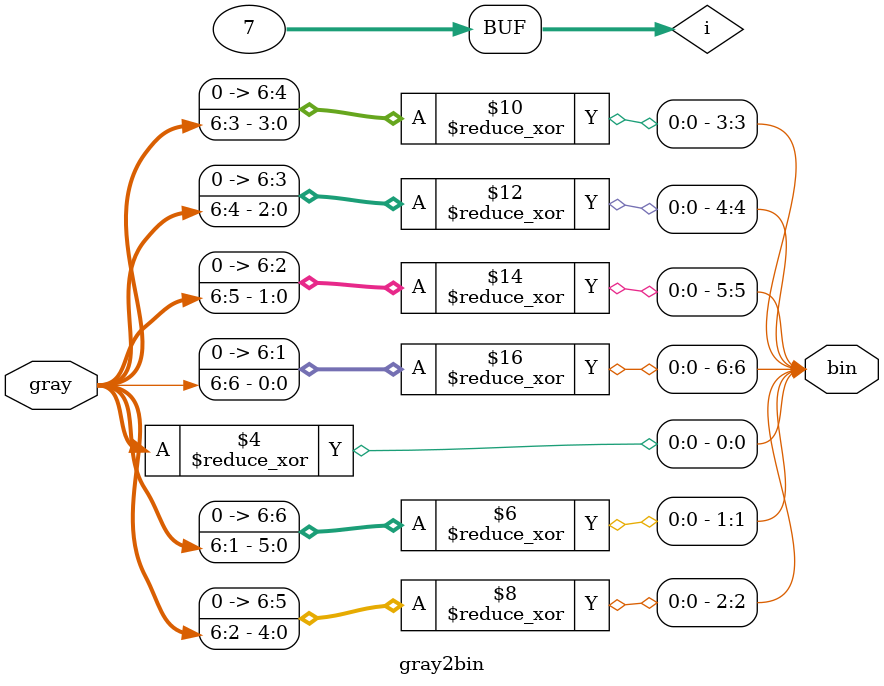
<source format=v>
module FIFO_syn #(parameter WIDTH=32, parameter WORDS=64) (
    wclk,
    rclk,
    rst_n,
    winc,
    wdata,
    wfull,
    rinc,
    rdata,
    rempty,

    clk2_fifo_flag1,
    clk2_fifo_flag2,
    clk2_fifo_flag3,
    clk2_fifo_flag4,

    fifo_clk3_flag1,
    fifo_clk3_flag2,
    fifo_clk3_flag3,
    fifo_clk3_flag4
);

input wclk, rclk;
input rst_n;
input winc;
input [WIDTH-1:0] wdata;
output reg wfull;
input rinc;
output reg [WIDTH-1:0] rdata;
output reg rempty;

// You can change the input / output of the custom flag ports
input clk2_fifo_flag1;
input clk2_fifo_flag2;
output clk2_fifo_flag3;
output clk2_fifo_flag4;

input fifo_clk3_flag1;
input fifo_clk3_flag2;
output fifo_clk3_flag3;
output fifo_clk3_flag4;

wire [WIDTH-1:0] rdata_q;

// Remember:
//   wptr and rptr should be gray coded
//   Don't modify the signal name
wire [$clog2(WORDS):0] wptr;
wire [$clog2(WORDS):0] rptr;

// reg w_ptr_counts,r_ptr_counts;
// reg wen;

// rdata
//  Add one more register stage to rdata
always @(posedge rclk) begin
    // if(rinc)
    rdata <= rdata_q;
end

wire[5:0] wptr_sram_addr,rptr_sram_addr;
wire[6:0] rptr_d2;
wire[6:0] wptr_d2;


// WR
reg[6:0] wptr_bin;
wire[6:0] wptr_bin_nxt = wptr_bin + 1;

always @(posedge wclk or negedge rst_n) begin
    if(~rst_n) wptr_bin <= 0;
    else if(winc & ~wfull) wptr_bin <= wptr_bin_nxt;
end

assign wptr = bin2gray(wptr_bin);
assign wptr_sram_addr = wptr_bin[5:0];

// Receive rptr_d2 and decode it for full address determination
NDFF_BUS_syn #(.WIDTH(7)) rptr_d2_ff(.D(rptr), .Q(rptr_d2), .clk(wclk), .rst_n(rst_n));

wire[6:0] rptr_d2_bin;
// Convert rptr_d2 back to binary from Gray
gray2bin rptr_d2_g2b(.gray(rptr_d2),.bin(rptr_d2_bin));

always @(posedge wclk or negedge rst_n)
begin
    if(~rst_n)
    begin
        wfull <= 1'b0;
    end
    else if({~wptr_bin_nxt[6],wptr_bin_nxt[5:0]} == rptr_d2_bin)
    begin
        wfull <= 1'b1;
    end
    else
    begin
        wfull <= 1'b0;
    end
end

// RD
reg[6:0]  rptr_bin;
wire[6:0] rptr_bin_nxt = rptr_bin + 1;

always @(posedge rclk or negedge rst_n)
begin
    if(~rst_n) rptr_bin <= 0;
    else if(rinc & ~rempty) rptr_bin <= rptr_bin_nxt;
end

assign rptr = bin2gray(rptr_bin);
assign rptr_sram_addr = rptr_bin[5:0];

// Synchronizers
NDFF_BUS_syn #(.WIDTH(7)) wptr_d2_ff(.D(wptr), .Q(wptr_d2), .clk(rclk), .rst_n(rst_n));

wire[6:0] wptr_d2_bin;
// Convert rptr_d2 back to binary from Gray
gray2bin wptr_d2_g2b(.gray(wptr_d2),.bin(wptr_d2_bin));

always @(posedge rclk or negedge rst_n)
begin
    if(~rst_n)
        rempty <= 1'b1;
    else if(wptr_d2_bin == rptr_bin)
        rempty <= 1'b1;
    else
        rempty <= 1'b0;
end


DUAL_64X32X1BM1 u_dual_sram (
    .CKA(wclk),
    .CKB(rclk),
    .WEAN(~winc),
    .WEBN(1'b1),
    .CSA(1'b1),
    .CSB(1'b1),
    .OEA(1'b1),
    .OEB(1'b1),
    .A0(wptr_sram_addr[0]),
    .A1(wptr_sram_addr[1]),
    .A2(wptr_sram_addr[2]),
    .A3(wptr_sram_addr[3]),
    .A4(wptr_sram_addr[4]),
    .A5(wptr_sram_addr[5]),
    .B0(rptr_sram_addr[0]),
    .B1(rptr_sram_addr[1]),
    .B2(rptr_sram_addr[2]),
    .B3(rptr_sram_addr[3]),
    .B4(rptr_sram_addr[4]),
    .B5(rptr_sram_addr[5]),
    .DIA0(wdata[0]),
    .DIA1(wdata[1]),
    .DIA2(wdata[2]),
    .DIA3(wdata[3]),
    .DIA4(wdata[4]),
    .DIA5(wdata[5]),
    .DIA6(wdata[6]),
    .DIA7(wdata[7]),
    .DIA8(wdata[8]),
    .DIA9(wdata[9]),
    .DIA10(wdata[10]),
    .DIA11(wdata[11]),
    .DIA12(wdata[12]),
    .DIA13(wdata[13]),
    .DIA14(wdata[14]),
    .DIA15(wdata[15]),
    .DIA16(wdata[16]),
    .DIA17(wdata[17]),
    .DIA18(wdata[18]),
    .DIA19(wdata[19]),
    .DIA20(wdata[20]),
    .DIA21(wdata[21]),
    .DIA22(wdata[22]),
    .DIA23(wdata[23]),
    .DIA24(wdata[24]),
    .DIA25(wdata[25]),
    .DIA26(wdata[26]),
    .DIA27(wdata[27]),
    .DIA28(wdata[28]),
    .DIA29(wdata[29]),
    .DIA30(wdata[30]),
    .DIA31(wdata[31]),
    // .DIB0(),
    // .DIB1(),
    // .DIB2(),
    // .DIB3(),
    // .DIB4(),
    // .DIB5(),
    // .DIB6(),
    // .DIB7(),
    // .DIB8(),
    // .DIB9(),
    // .DIB10(),
    // .DIB11(),
    // .DIB12(),
    // .DIB13(),
    // .DIB14(),
    // .DIB15(),
    // .DIB16(),
    // .DIB17(),
    // .DIB18(),
    // .DIB19(),
    // .DIB20(),
    // .DIB21(),
    // .DIB22(),
    // .DIB23(),
    // .DIB24(),
    // .DIB25(),
    // .DIB26(),
    // .DIB27(),
    // .DIB28(),
    // .DIB29(),
    // .DIB30(),
    // .DIB31(),
    .DOB0(rdata_q[0]),
    .DOB1(rdata_q[1]),
    .DOB2(rdata_q[2]),
    .DOB3(rdata_q[3]),
    .DOB4(rdata_q[4]),
    .DOB5(rdata_q[5]),
    .DOB6(rdata_q[6]),
    .DOB7(rdata_q[7]),
    .DOB8(rdata_q[8]),
    .DOB9(rdata_q[9]),
    .DOB10(rdata_q[10]),
    .DOB11(rdata_q[11]),
    .DOB12(rdata_q[12]),
    .DOB13(rdata_q[13]),
    .DOB14(rdata_q[14]),
    .DOB15(rdata_q[15]),
    .DOB16(rdata_q[16]),
    .DOB17(rdata_q[17]),
    .DOB18(rdata_q[18]),
    .DOB19(rdata_q[19]),
    .DOB20(rdata_q[20]),
    .DOB21(rdata_q[21]),
    .DOB22(rdata_q[22]),
    .DOB23(rdata_q[23]),
    .DOB24(rdata_q[24]),
    .DOB25(rdata_q[25]),
    .DOB26(rdata_q[26]),
    .DOB27(rdata_q[27]),
    .DOB28(rdata_q[28]),
    .DOB29(rdata_q[29]),
    .DOB30(rdata_q[30]),
    .DOB31(rdata_q[31])
);


function [6:0] REAL_GRAY_CODE;
    input[6:0] gray_code;
    begin
        // Full signal
        if(gray_code[6] == 1'b1)
        begin
            REAL_GRAY_CODE = {~gray_code[6],~gray_code[5],gray_code[4:0]};
        end
        else
        begin
            REAL_GRAY_CODE = gray_code;
        end
    end
endfunction

function [6:0] bin2gray;
    input[6:0] bin;
    begin
        bin2gray = bin ^ (bin >> 1);
    end
endfunction


endmodule

module gray2bin #(parameter SIZE = 7)(
input [SIZE-1:0] gray,
output reg[SIZE-1:0] bin
);
 integer i;
 always@*
   for(i=0;i<SIZE;i = i+1)
     bin[i] = ^(gray >> i);

endmodule
</source>
